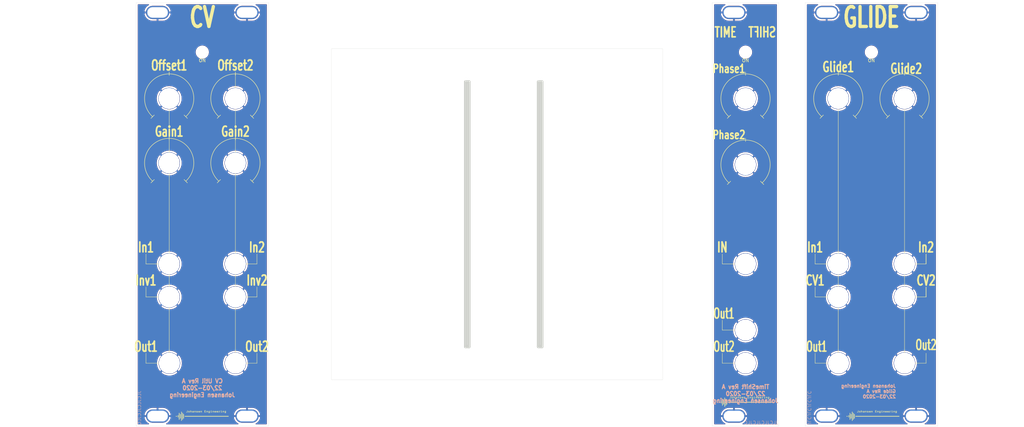
<source format=kicad_pcb>
(kicad_pcb (version 20171130) (host pcbnew "(5.1.9)-1")
  (layers (0 F.Cu signal) (31 B.Cu signal) (34 B.Paste user) (35 F.Paste user) (36 B.SilkS user) (37 F.SilkS user) (38 B.Mask user) (39 F.Mask user) (44 Edge.Cuts user))
  (net 0 "")
  (net 1 GND)
  (module AJ:Pot_6m3_scale1 (layer F.Cu) (at 21 84.5)
    (fp_text reference TP107 hide)
    (fp_text value OFF1)
    (pad 1 thru_hole circle (at 0 0) (size 6.5 6.5) (drill 6.3) (layers *.Cu *.Mask) (net 1 GND))
  )
  (module AJ:Pot_6m3_scale1 (layer F.Cu) (at 1 84.5)
    (fp_text reference TP112 hide)
    (fp_text value Fine)
    (pad 1 thru_hole circle (at 0 0) (size 6.5 6.5) (drill 6.3) (layers *.Cu *.Mask) (net 1 GND))
  )
  (module AJ:MountingHole_Eurorack3 (layer F.Cu) (at 226.5 39)
    (fp_text reference H104)
    (fp_text value MountingHole_Pad)
    (pad 1 thru_hole oval (at 0 0) (size 7 4) (drill oval 6.2 3.2) (layers *.Cu *.Mask) (net 1 GND))
  )
  (module AJ:Pot_6m3_scale1 (layer F.Cu) (at 223 65)
    (fp_text reference TP107 hide)
    (fp_text value OFF1)
    (pad 1 thru_hole circle (at 0 0) (size 6.5 6.5) (drill 6.3) (layers *.Cu *.Mask) (net 1 GND))
  )
  (module AJ:MountingHole_Eurorack3 (layer F.Cu) (at 199.5 39)
    (fp_text reference H102)
    (fp_text value MountingHole_Pad)
    (pad 1 thru_hole oval (at 0 0) (size 7 4) (drill oval 6.2 3.2) (layers *.Cu *.Mask) (net 1 GND))
  )
  (module AJ:MountingHole_Eurorack3 (layer B.Cu) (at 199.5 161)
    (fp_text reference H103)
    (fp_text value MountingHole_Pad)
    (pad 1 thru_hole oval (at 0 0) (size 7 4) (drill oval 6.2 3.2) (layers *.Cu *.Mask) (net 1 GND))
  )
  (module AJ:Jack_6m3 (layer F.Cu) (at 223 115)
    (fp_text reference TP107 hide)
    (fp_text value FM)
    (pad 1 thru_hole circle (at 0 0) (size 6.5 6.5) (drill 6.3) (layers *.Cu *.Mask) (net 1 GND))
  )
  (module AJ:LED_Hole_3mm (layer F.Cu) (at 213 51)
    (fp_text reference H101)
    (fp_text value ON (at 0 2.5) (layer F.SilkS))
    (pad "" np_thru_hole circle (at 0 0) (size 3 3) (drill 3) (layers *.Cu *.Mask))
  )
  (module AJ:MountingHole_Eurorack3 (layer B.Cu) (at 226.5 161)
    (fp_text reference H105)
    (fp_text value MountingHole_Pad)
    (pad 1 thru_hole oval (at 0 0) (size 7 4) (drill oval 6.2 3.2) (layers *.Cu *.Mask) (net 1 GND))
  )
  (module AJ:Jack_6m3 (layer F.Cu) (at 203 115)
    (fp_text reference TP102 hide)
    (fp_text value SQ)
    (pad 1 thru_hole circle (at 0 0) (size 6.5 6.5) (drill 6.3) (layers *.Cu *.Mask) (net 1 GND))
  )
  (module AJ:Jack_6m3 (layer F.Cu) (at 203.075001 145)
    (fp_text reference TP106 hide)
    (fp_text value HS)
    (pad 1 thru_hole circle (at 0 0) (size 6.5 6.5) (drill 6.3) (layers *.Cu *.Mask) (net 1 GND))
  )
  (module AJ:Jack_6m3 (layer F.Cu) (at 203 125)
    (fp_text reference TP108 hide)
    (fp_text value PWM)
    (pad 1 thru_hole circle (at 0 0) (size 6.5 6.5) (drill 6.3) (layers *.Cu *.Mask) (net 1 GND))
  )
  (module AJ:Pot_6m3_scale1 (layer F.Cu) (at 203 65)
    (fp_text reference TP112 hide)
    (fp_text value Fine)
    (pad 1 thru_hole circle (at 0 0) (size 6.5 6.5) (drill 6.3) (layers *.Cu *.Mask) (net 1 GND))
  )
  (module AJ:Jack_6m3 (layer F.Cu) (at 223 145)
    (fp_text reference TP105 hide)
    (fp_text value In3)
    (pad 1 thru_hole circle (at 0 0) (size 6.5 6.5) (drill 6.3) (layers *.Cu *.Mask) (net 1 GND))
  )
  (module AJ:Jack_6m3 (layer F.Cu) (at 223 125)
    (fp_text reference TP103 hide)
    (fp_text value In1)
    (pad 1 thru_hole circle (at 0 0) (size 6.5 6.5) (drill 6.3) (layers *.Cu *.Mask) (net 1 GND))
  )
  (module AJ:Johansen_engineering_logo_20mm (layer F.Cu) (at 175 156.75)
    (fp_text reference G*** hide)
    (fp_text value LOGO hide)
  )
  (module AJ:MountingHole_Eurorack3 (layer F.Cu) (at 171.5 39)
    (fp_text reference H102)
    (fp_text value MountingHole_Pad)
    (pad 1 thru_hole oval (at 0 0) (size 7 4) (drill oval 6.2 3.2) (layers *.Cu *.Mask) (net 1 GND))
  )
  (module AJ:MountingHole_Eurorack3 (layer B.Cu) (at 171.5 161)
    (fp_text reference H103)
    (fp_text value MountingHole_Pad)
    (pad 1 thru_hole oval (at 0 0) (size 7 4) (drill oval 6.2 3.2) (layers *.Cu *.Mask) (net 1 GND))
  )
  (module AJ:Johansen_engineering_logo_20mm (layer F.Cu) (at 213.5 161)
    (fp_text reference G*** hide)
    (fp_text value LOGO hide)
  )
  (module AJ:Johansen_engineering_logo_20mm (layer F.Cu) (at 11 161)
    (fp_text reference G*** hide)
    (fp_text value LOGO hide)
  )
  (module AJ:Jack_6m3 (layer F.Cu) (at 21 125)
    (fp_text reference TP103 hide)
    (fp_text value In1)
    (pad 1 thru_hole circle (at 0 0) (size 6.5 6.5) (drill 6.3) (layers *.Cu *.Mask) (net 1 GND))
  )
  (module AJ:Jack_6m3 (layer F.Cu) (at 21 145)
    (fp_text reference TP105 hide)
    (fp_text value In3)
    (pad 1 thru_hole circle (at 0 0) (size 6.5 6.5) (drill 6.3) (layers *.Cu *.Mask) (net 1 GND))
  )
  (module AJ:Jack_6m3 (layer F.Cu) (at 1.075001 145)
    (fp_text reference TP106 hide)
    (fp_text value HS)
    (pad 1 thru_hole circle (at 0 0) (size 6.5 6.5) (drill 6.3) (layers *.Cu *.Mask) (net 1 GND))
  )
  (module AJ:Jack_6m3 (layer F.Cu) (at 21 115)
    (fp_text reference TP107 hide)
    (fp_text value FM)
    (pad 1 thru_hole circle (at 0 0) (size 6.5 6.5) (drill 6.3) (layers *.Cu *.Mask) (net 1 GND))
  )
  (module AJ:Jack_6m3 (layer F.Cu) (at 1 125)
    (fp_text reference TP108 hide)
    (fp_text value PWM)
    (pad 1 thru_hole circle (at 0 0) (size 6.5 6.5) (drill 6.3) (layers *.Cu *.Mask) (net 1 GND))
  )
  (module AJ:Jack_6m3 (layer F.Cu) (at 1 115)
    (fp_text reference TP102 hide)
    (fp_text value SQ)
    (pad 1 thru_hole circle (at 0 0) (size 6.5 6.5) (drill 6.3) (layers *.Cu *.Mask) (net 1 GND))
  )
  (module AJ:Pot_6m3_scale1 (layer F.Cu) (at 1 65)
    (fp_text reference TP112 hide)
    (fp_text value Fine)
    (pad 1 thru_hole circle (at 0 0) (size 6.5 6.5) (drill 6.3) (layers *.Cu *.Mask) (net 1 GND))
  )
  (module AJ:Pot_6m3_scale1 (layer F.Cu) (at 21 65)
    (fp_text reference TP107 hide)
    (fp_text value OFF1)
    (pad 1 thru_hole circle (at 0 0) (size 6.5 6.5) (drill 6.3) (layers *.Cu *.Mask) (net 1 GND))
  )
  (module AJ:MountingHole_Eurorack3 (layer F.Cu) (at -2.5 39)
    (fp_text reference H102)
    (fp_text value MountingHole_Pad)
    (pad 1 thru_hole oval (at 0 0) (size 7 4) (drill oval 6.2 3.2) (layers *.Cu *.Mask) (net 1 GND))
  )
  (module AJ:MountingHole_Eurorack3 (layer B.Cu) (at -2.5 161)
    (fp_text reference H103)
    (fp_text value MountingHole_Pad)
    (pad 1 thru_hole oval (at 0 0) (size 7 4) (drill oval 6.2 3.2) (layers *.Cu *.Mask) (net 1 GND))
  )
  (module AJ:MountingHole_Eurorack3 (layer F.Cu) (at 24.5 39)
    (fp_text reference H104)
    (fp_text value MountingHole_Pad)
    (pad 1 thru_hole oval (at 0 0) (size 7 4) (drill oval 6.2 3.2) (layers *.Cu *.Mask) (net 1 GND))
  )
  (module AJ:MountingHole_Eurorack3 (layer B.Cu) (at 24.5 161)
    (fp_text reference H105)
    (fp_text value MountingHole_Pad)
    (pad 1 thru_hole oval (at 0 0) (size 7 4) (drill oval 6.2 3.2) (layers *.Cu *.Mask) (net 1 GND))
  )
  (module AJ:LED_Hole_3mm (layer F.Cu) (at 11 51)
    (fp_text reference H101)
    (fp_text value ON (at 0 2.5) (layer F.SilkS))
    (pad "" np_thru_hole circle (at 0 0) (size 3 3) (drill 3) (layers *.Cu *.Mask))
  )
  (module AJ:LED_Hole_3mm (layer F.Cu) (at 175 51)
    (fp_text reference H301)
    (fp_text value ON (at 0 2.5) (layer F.SilkS))
    (pad "" np_thru_hole circle (at 0 0) (size 3 3) (drill 3) (layers *.Cu *.Mask))
  )
  (module AJ:Jack_6m3 (layer F.Cu) (at 175 115)
    (fp_text reference TP301 hide)
    (fp_text value In1)
    (pad 1 thru_hole circle (at 0 0) (size 6.5 6.5) (drill 6.3) (layers *.Cu *.Mask) (net 1 GND))
  )
  (module AJ:Jack_6m3 (layer F.Cu) (at 175 135)
    (fp_text reference TP302 hide)
    (fp_text value Tri)
    (pad 1 thru_hole circle (at 0 0) (size 6.5 6.5) (drill 6.3) (layers *.Cu *.Mask) (net 1 GND))
  )
  (module AJ:Jack_6m3 (layer F.Cu) (at 175 145)
    (fp_text reference TP303 hide)
    (fp_text value SQ)
    (pad 1 thru_hole circle (at 0 0) (size 6.5 6.5) (drill 6.3) (layers *.Cu *.Mask) (net 1 GND))
  )
  (module AJ:Pot_6m3_scale1 (layer F.Cu) (at 175 65)
    (fp_text reference TP304 hide)
    (fp_text value PWM1)
    (pad 1 thru_hole circle (at 0 0) (size 6.5 6.5) (drill 6.3) (layers *.Cu *.Mask) (net 1 GND))
  )
  (module AJ:Pot_6m3_scale1 (layer F.Cu) (at 175 85)
    (fp_text reference TP305 hide)
    (fp_text value PWM2)
    (pad 1 thru_hole circle (at 0 0) (size 6.5 6.5) (drill 6.3) (layers *.Cu *.Mask) (net 1 GND))
  )
  (gr_text JLCJLCJLCJLC (at 194.25 158.5 270) (layer B.SilkS) (effects (font (size 1 1) (thickness 0.1)) (justify mirror)))
  (gr_text JLCJLCJLCJLC (at 179.75 163) (layer B.SilkS) (effects (font (size 1 1) (thickness 0.1)) (justify mirror)))
  (gr_text JLCJLCJLCJLC (at -8 158.5 90) (layer B.SilkS) (effects (font (size 1 1) (thickness 0.1)) (justify mirror)))
  (gr_text "Johansen Engineering \nGlide Rev A\n22/03-2020" (at 220.5 153.5) (layer B.SilkS) (effects (font (size 1 1) (thickness 0.25)) (justify left mirror)))
  (gr_text "TimeShift Rev A\n22/03-2020\nJohansen Engineering" (at 175 154.25) (layer B.SilkS) (effects (font (size 1.3 1.2) (thickness 0.3)) (justify mirror)))
  (gr_text "CV Util Rev A\n22/03-2020\nJohansen Engineering" (at 11 152.5) (layer B.SilkS) (effects (font (size 1.3 1.2) (thickness 0.3)) (justify mirror)))
  (gr_text Phase2 (at 170 76) (layer F.SilkS) (effects (font (size 2.5 1.8) (thickness 0.45))))
  (gr_text Out2 (at 229.5 139.5) (layer F.SilkS) (effects (font (size 3 1.8) (thickness 0.45))))
  (gr_text Out1 (at 196.5 140) (layer F.SilkS) (effects (font (size 3 1.8) (thickness 0.45))))
  (gr_line (start 229.5 115) (end 229.5 112) (layer F.SilkS) (width 0.12))
  (gr_line (start 229.5 125) (end 229.5 122) (layer F.SilkS) (width 0.12))
  (gr_text In2 (at 229.5 110) (layer F.SilkS) (effects (font (size 3 2) (thickness 0.5))))
  (gr_text CV2 (at 229.5 120) (layer F.SilkS) (effects (font (size 3 2) (thickness 0.5))))
  (gr_text Gain1 (at 1 75) (layer F.SilkS) (effects (font (size 3 2) (thickness 0.5))))
  (gr_text Offset1 (at 1 55) (layer F.SilkS) (effects (font (size 3 2) (thickness 0.5))))
  (gr_text Glide2 (at 223.5 56) (layer F.SilkS) (effects (font (size 3 2) (thickness 0.5))))
  (gr_text CV1 (at 196 120) (layer F.SilkS) (effects (font (size 3 2) (thickness 0.5))))
  (gr_text In1 (at 196 110) (layer F.SilkS) (effects (font (size 3 2) (thickness 0.5))))
  (gr_text Glide1 (at 203 55.5) (layer F.SilkS) (effects (font (size 3 2) (thickness 0.5))))
  (gr_text GLIDE (at 213 40.5) (layer F.SilkS) (effects (font (size 6 4) (thickness 1))))
  (gr_line (start 233 36) (end 233 164) (layer Edge.Cuts) (width 0.05))
  (gr_line (start 203 145) (end 196 145) (layer F.SilkS) (width 0.12))
  (gr_line (start 223 145) (end 229.5 145) (layer F.SilkS) (width 0.12))
  (gr_line (start 193 36) (end 233 36) (layer Edge.Cuts) (width 0.05))
  (gr_line (start 203 125) (end 196 125) (layer F.SilkS) (width 0.12))
  (gr_line (start 196 145) (end 196 142) (layer F.SilkS) (width 0.12))
  (gr_line (start 233 164) (end 193 164) (layer Edge.Cuts) (width 0.05))
  (gr_line (start 193 164) (end 193 36) (layer Edge.Cuts) (width 0.05))
  (gr_line (start 203 115) (end 196 115) (layer F.SilkS) (width 0.12))
  (gr_line (start 196 115) (end 196 112) (layer F.SilkS) (width 0.12))
  (gr_line (start 196 125) (end 196 122) (layer F.SilkS) (width 0.12))
  (gr_line (start 229.5 115) (end 229.5 112) (layer F.SilkS) (width 0.12))
  (gr_line (start 229.5 145) (end 229.5 142) (layer F.SilkS) (width 0.12))
  (gr_line (start 229.5 125) (end 229.5 122) (layer F.SilkS) (width 0.12))
  (gr_line (start 223 125) (end 229.5 125) (layer F.SilkS) (width 0.12))
  (gr_line (start 223 115) (end 229.5 115) (layer F.SilkS) (width 0.12))
  (gr_line (start 203 145) (end 203 65) (layer F.SilkS) (width 0.12))
  (gr_line (start 223 65) (end 223 145) (layer F.SilkS) (width 0.12))
  (gr_text SHIFT (at 180 45) (layer F.SilkS) (effects (font (size 3 2) (thickness 0.5)) (justify mirror)))
  (gr_text Phase1 (at 170 56) (layer F.SilkS) (effects (font (size 2.5 1.8) (thickness 0.45))))
  (gr_text IN (at 168 110) (layer F.SilkS) (effects (font (size 3 2) (thickness 0.5))))
  (gr_text Out2 (at 168.5 140) (layer F.SilkS) (effects (font (size 3 1.8) (thickness 0.45))))
  (gr_text TIME (at 169 45) (layer F.SilkS) (effects (font (size 3 2) (thickness 0.5))))
  (gr_text Out1 (at 168.5 130) (layer F.SilkS) (effects (font (size 3 1.8) (thickness 0.45))))
  (gr_line (start 185 36) (end 185 164) (layer Edge.Cuts) (width 0.05))
  (gr_line (start 175 145) (end 168 145) (layer F.SilkS) (width 0.12))
  (gr_line (start 165 36) (end 185 36) (layer Edge.Cuts) (width 0.05))
  (gr_line (start 168 135) (end 168 132) (layer F.SilkS) (width 0.12))
  (gr_line (start 168 145) (end 168 142) (layer F.SilkS) (width 0.12))
  (gr_line (start 185 164) (end 165 164) (layer Edge.Cuts) (width 0.05))
  (gr_line (start 165 164) (end 165 36) (layer Edge.Cuts) (width 0.05))
  (gr_line (start 175 115) (end 168 115) (layer F.SilkS) (width 0.12))
  (gr_line (start 168 115) (end 168 112) (layer F.SilkS) (width 0.12))
  (gr_line (start 175 135) (end 168 135) (layer F.SilkS) (width 0.12))
  (gr_line (start 21 57.5) (end 21 145) (layer F.SilkS) (width 0.12))
  (gr_line (start 1 145) (end 1 65.5) (layer F.SilkS) (width 0.12))
  (gr_line (start 21 115) (end 27.5 115) (layer F.SilkS) (width 0.12))
  (gr_line (start 27.5 115) (end 27.5 112) (layer F.SilkS) (width 0.12))
  (gr_line (start 21 125) (end 27.5 125) (layer F.SilkS) (width 0.12))
  (gr_line (start 27.5 125) (end 27.5 122) (layer F.SilkS) (width 0.12))
  (gr_line (start 27.5 145) (end 27.5 142) (layer F.SilkS) (width 0.12))
  (gr_line (start 21 145) (end 27.5 145) (layer F.SilkS) (width 0.12))
  (gr_line (start -6 145) (end -6 142) (layer F.SilkS) (width 0.12))
  (gr_line (start 1 145) (end -6 145) (layer F.SilkS) (width 0.12))
  (gr_line (start -6 125) (end -6 122) (layer F.SilkS) (width 0.12))
  (gr_line (start 1 125) (end -6 125) (layer F.SilkS) (width 0.12))
  (gr_line (start 1 115) (end -6 115) (layer F.SilkS) (width 0.12))
  (gr_line (start -6 115) (end -6 112) (layer F.SilkS) (width 0.12))
  (gr_text Inv1 (at -6 120) (layer F.SilkS) (effects (font (size 3 2) (thickness 0.5))))
  (gr_text Out1 (at -6 140) (layer F.SilkS) (effects (font (size 3 2) (thickness 0.5))))
  (gr_text In1 (at -6 110) (layer F.SilkS) (effects (font (size 3 2) (thickness 0.5))))
  (gr_text Out2 (at 27.5 140) (layer F.SilkS) (effects (font (size 3 2) (thickness 0.5))))
  (gr_text Inv2 (at 27.5 120) (layer F.SilkS) (effects (font (size 3 2) (thickness 0.5))))
  (gr_text In2 (at 27.5 110) (layer F.SilkS) (effects (font (size 3 2) (thickness 0.5))))
  (gr_text Gain2 (at 21 75) (layer F.SilkS) (effects (font (size 3 2) (thickness 0.5))))
  (gr_text Offset2 (at 21 55) (layer F.SilkS) (effects (font (size 3 2) (thickness 0.5))))
  (gr_line (start -9 164) (end -9 36) (layer Edge.Cuts) (width 0.05))
  (gr_line (start 31 164) (end -9 164) (layer Edge.Cuts) (width 0.05))
  (gr_line (start 31 36) (end 31 164) (layer Edge.Cuts) (width 0.05))
  (gr_line (start -9 36) (end 31 36) (layer Edge.Cuts) (width 0.05))
  (gr_text CV (at 11 40.5) (layer F.SilkS) (effects (font (size 6 4) (thickness 1))))
  (gr_line (start 112.5 60) (end 112.5 140) (layer Edge.Cuts) (width 1))
  (gr_line (start 113.5 60) (end 113.5 140) (layer Edge.Cuts) (width 1))
  (gr_line (start 112.5 140) (end 113.5 140) (layer Edge.Cuts) (width 1))
  (gr_line (start 112.5 60) (end 113.5 60) (layer Edge.Cuts) (width 1))
  (gr_line (start 90.5 60) (end 91.5 60) (layer Edge.Cuts) (width 1))
  (gr_line (start 90.5 140) (end 91.5 140) (layer Edge.Cuts) (width 1))
  (gr_line (start 91.5 60) (end 91.5 140) (layer Edge.Cuts) (width 1))
  (gr_line (start 90.5 60) (end 90.5 140) (layer Edge.Cuts) (width 1))
  (gr_line (start 50 150) (end 50 50) (layer Edge.Cuts) (width 0.05))
  (gr_line (start 150 150) (end 50 150) (layer Edge.Cuts) (width 0.05))
  (gr_line (start 150 50) (end 150 150) (layer Edge.Cuts) (width 0.05))
  (gr_line (start 50 50) (end 150 50) (layer Edge.Cuts) (width 0.05))
  (zone (net 1) (net_name GND) (layer F.Cu) (connect_pads (clearance 0.508)) (min_thickness 0.254) (fill yes (arc_segments 32) (thermal_gap 0.508) (thermal_bridge_width 0.508))
    (polygon (pts (xy -9 36) (xy 31 36) (xy 31 164) (xy -9 164)))
  )
  (zone (net 1) (net_name GND) (layer B.Cu) (connect_pads (clearance 0.508)) (min_thickness 0.254) (fill yes (arc_segments 32) (thermal_gap 0.508) (thermal_bridge_width 0.508))
    (polygon (pts (xy -9 36) (xy 31 36) (xy 31 164) (xy -9 164)))
  )
  (zone (net 1) (net_name GND) (layer F.Cu) (connect_pads (clearance 0.508)) (min_thickness 0.254) (fill yes (arc_segments 32) (thermal_gap 0.508) (thermal_bridge_width 0.508))
    (polygon (pts (xy 165 36) (xy 185 36) (xy 185 164) (xy 165 164)))
  )
  (zone (net 1) (net_name GND) (layer B.Cu) (connect_pads (clearance 0.508)) (min_thickness 0.254) (fill yes (arc_segments 32) (thermal_gap 0.508) (thermal_bridge_width 0.508))
    (polygon (pts (xy 165 36) (xy 185 36) (xy 185 164) (xy 165 164)))
  )
  (zone (net 1) (net_name GND) (layer F.Cu) (connect_pads (clearance 0.508)) (min_thickness 0.254) (fill yes (arc_segments 32) (thermal_gap 0.508) (thermal_bridge_width 0.508))
    (polygon (pts (xy 193 36) (xy 233 36) (xy 233 164) (xy 193 164)))
  )
  (zone (net 1) (net_name GND) (layer B.Cu) (connect_pads (clearance 0.508)) (min_thickness 0.254) (fill yes (arc_segments 32) (thermal_gap 0.508) (thermal_bridge_width 0.508))
    (polygon (pts (xy 193 36) (xy 233 36) (xy 233 164) (xy 193 164)))
  )
)
</source>
